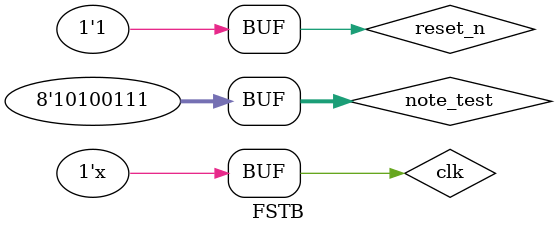
<source format=v>
`timescale 1 ns / 10 ps

module FSTB;


reg clk;
reg reset_n;
reg [7:0]note_test;
wire out;
wire osc_test;
wire [7:0]div_test;
wire bfoct_test;

FreqSynth test(
.clk(clk),
.reset_n(reset_n),
.note(note_test),
.vib(out),
.osc_test(osc_test),
.div_test(div_test),
.bfoct_test(bfoct_test)
);
initial begin
		clk=1'b1;
		end
    always #10 clk = ~clk;

initial 
begin
reset_n=0;
note_test=8'b10100111;
#15 reset_n=1;
end


endmodule
</source>
